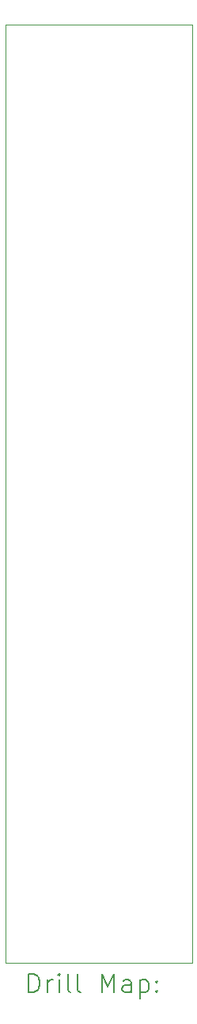
<source format=gbr>
%FSLAX45Y45*%
G04 Gerber Fmt 4.5, Leading zero omitted, Abs format (unit mm)*
G04 Created by KiCad (PCBNEW (6.0.0-0)) date 2022-12-13 23:32:24*
%MOMM*%
%LPD*%
G01*
G04 APERTURE LIST*
%TA.AperFunction,Profile*%
%ADD10C,0.100000*%
%TD*%
%ADD11C,0.200000*%
G04 APERTURE END LIST*
D10*
X4809200Y-14741200D02*
X6809200Y-14741200D01*
X6809200Y-4741200D02*
X4809200Y-4741200D01*
X6809200Y-12591200D02*
X6809200Y-6141200D01*
X6809200Y-12591200D02*
X6809200Y-14741200D01*
X6809200Y-6141200D02*
X6809200Y-4741200D01*
X4809200Y-4741200D02*
X4809200Y-14741200D01*
D11*
X5061819Y-15056676D02*
X5061819Y-14856676D01*
X5109438Y-14856676D01*
X5138010Y-14866200D01*
X5157057Y-14885248D01*
X5166581Y-14904295D01*
X5176105Y-14942390D01*
X5176105Y-14970962D01*
X5166581Y-15009057D01*
X5157057Y-15028105D01*
X5138010Y-15047152D01*
X5109438Y-15056676D01*
X5061819Y-15056676D01*
X5261819Y-15056676D02*
X5261819Y-14923343D01*
X5261819Y-14961438D02*
X5271343Y-14942390D01*
X5280867Y-14932867D01*
X5299914Y-14923343D01*
X5318962Y-14923343D01*
X5385629Y-15056676D02*
X5385629Y-14923343D01*
X5385629Y-14856676D02*
X5376105Y-14866200D01*
X5385629Y-14875724D01*
X5395152Y-14866200D01*
X5385629Y-14856676D01*
X5385629Y-14875724D01*
X5509438Y-15056676D02*
X5490390Y-15047152D01*
X5480867Y-15028105D01*
X5480867Y-14856676D01*
X5614200Y-15056676D02*
X5595152Y-15047152D01*
X5585629Y-15028105D01*
X5585629Y-14856676D01*
X5842771Y-15056676D02*
X5842771Y-14856676D01*
X5909438Y-14999533D01*
X5976105Y-14856676D01*
X5976105Y-15056676D01*
X6157057Y-15056676D02*
X6157057Y-14951914D01*
X6147533Y-14932867D01*
X6128486Y-14923343D01*
X6090390Y-14923343D01*
X6071343Y-14932867D01*
X6157057Y-15047152D02*
X6138009Y-15056676D01*
X6090390Y-15056676D01*
X6071343Y-15047152D01*
X6061819Y-15028105D01*
X6061819Y-15009057D01*
X6071343Y-14990009D01*
X6090390Y-14980486D01*
X6138009Y-14980486D01*
X6157057Y-14970962D01*
X6252295Y-14923343D02*
X6252295Y-15123343D01*
X6252295Y-14932867D02*
X6271343Y-14923343D01*
X6309438Y-14923343D01*
X6328486Y-14932867D01*
X6338009Y-14942390D01*
X6347533Y-14961438D01*
X6347533Y-15018581D01*
X6338009Y-15037628D01*
X6328486Y-15047152D01*
X6309438Y-15056676D01*
X6271343Y-15056676D01*
X6252295Y-15047152D01*
X6433248Y-15037628D02*
X6442771Y-15047152D01*
X6433248Y-15056676D01*
X6423724Y-15047152D01*
X6433248Y-15037628D01*
X6433248Y-15056676D01*
X6433248Y-14932867D02*
X6442771Y-14942390D01*
X6433248Y-14951914D01*
X6423724Y-14942390D01*
X6433248Y-14932867D01*
X6433248Y-14951914D01*
M02*

</source>
